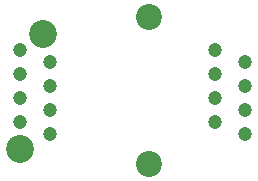
<source format=gbs>
%TF.GenerationSoftware,KiCad,Pcbnew,(6.0.2-0)*%
%TF.CreationDate,2022-12-09T10:24:35-06:00*%
%TF.ProjectId,rj45_jack,726a3435-5f6a-4616-936b-2e6b69636164,rev?*%
%TF.SameCoordinates,PX7b1d74cPY5dfc8c0*%
%TF.FileFunction,Soldermask,Bot*%
%TF.FilePolarity,Negative*%
%FSLAX46Y46*%
G04 Gerber Fmt 4.6, Leading zero omitted, Abs format (unit mm)*
G04 Created by KiCad (PCBNEW (6.0.2-0)) date 2022-12-09 10:24:35*
%MOMM*%
%LPD*%
G01*
G04 APERTURE LIST*
%ADD10C,2.360000*%
%ADD11C,1.200000*%
%ADD12C,2.200000*%
G04 APERTURE END LIST*
D10*
%TO.C,J1*%
X-1270000Y-4890000D03*
X635000Y4890000D03*
D11*
X1270000Y-3556000D03*
X-1270000Y-2540000D03*
X1270000Y-1524000D03*
X-1270000Y-508000D03*
X1270000Y508000D03*
X-1270000Y1524000D03*
X1270000Y2540000D03*
X-1270000Y3556000D03*
%TD*%
D12*
%TO.C,H1*%
X9652000Y6350000D03*
%TD*%
%TO.C,H2*%
X9652000Y-6096000D03*
%TD*%
D11*
%TO.C,J2*%
X15240000Y3556000D03*
X17780000Y2540000D03*
X15240000Y1524000D03*
X17780000Y508000D03*
X15240000Y-508000D03*
X17780000Y-1524000D03*
X15240000Y-2540000D03*
X17780000Y-3556000D03*
%TD*%
M02*

</source>
